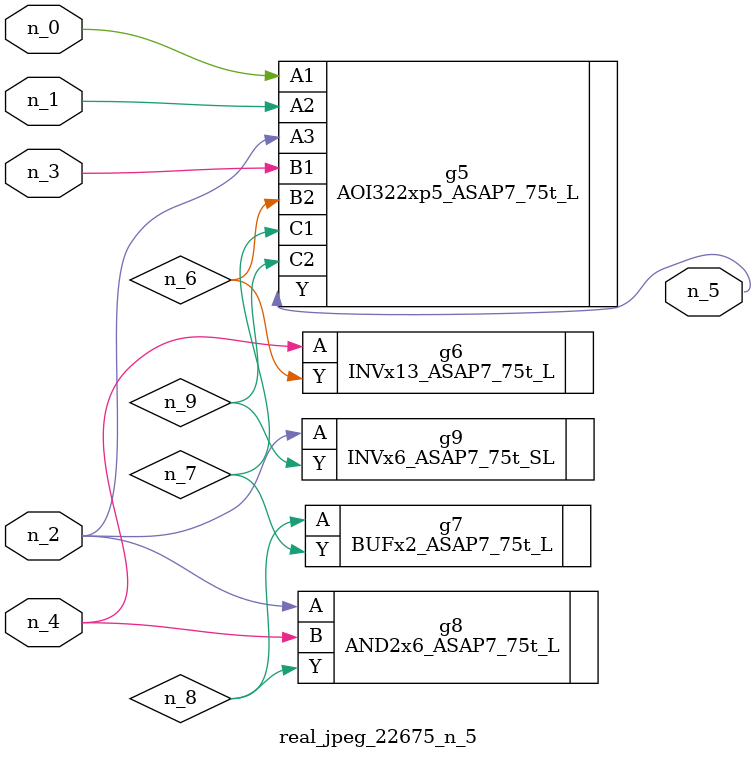
<source format=v>
module real_jpeg_22675_n_5 (n_4, n_0, n_1, n_2, n_3, n_5);

input n_4;
input n_0;
input n_1;
input n_2;
input n_3;

output n_5;

wire n_8;
wire n_6;
wire n_7;
wire n_9;

AOI322xp5_ASAP7_75t_L g5 ( 
.A1(n_0),
.A2(n_1),
.A3(n_2),
.B1(n_3),
.B2(n_6),
.C1(n_7),
.C2(n_9),
.Y(n_5)
);

AND2x6_ASAP7_75t_L g8 ( 
.A(n_2),
.B(n_4),
.Y(n_8)
);

INVx6_ASAP7_75t_SL g9 ( 
.A(n_2),
.Y(n_9)
);

INVx13_ASAP7_75t_L g6 ( 
.A(n_4),
.Y(n_6)
);

BUFx2_ASAP7_75t_L g7 ( 
.A(n_8),
.Y(n_7)
);


endmodule
</source>
